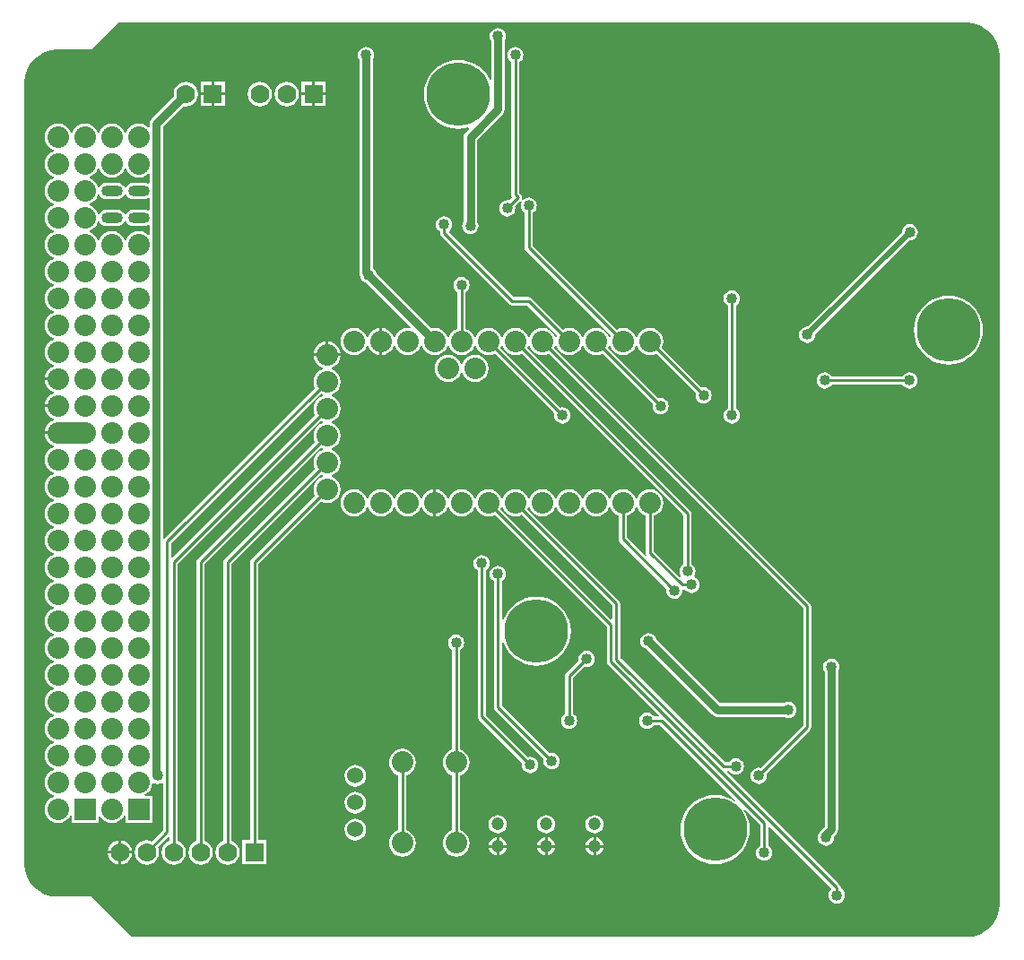
<source format=gbl>
G04 Layer_Physical_Order=2*
G04 Layer_Color=16711680*
%FSLAX25Y25*%
%MOIN*%
G70*
G01*
G75*
%ADD22C,0.01000*%
%ADD23C,0.03000*%
%ADD24C,0.02000*%
%ADD25C,0.08000*%
%ADD26C,0.06000*%
%ADD27C,0.08000*%
%ADD28C,0.04724*%
%ADD29C,0.07000*%
%ADD30R,0.07000X0.07000*%
%ADD31R,0.08000X0.08000*%
%ADD32O,0.08000X0.04000*%
%ADD33C,0.04000*%
%ADD34C,0.23622*%
%ADD35C,0.25000*%
G36*
X-17556Y347286D02*
X-15973Y346862D01*
X-14459Y346235D01*
X-13040Y345416D01*
X-11740Y344418D01*
X-10582Y343260D01*
X-9584Y341960D01*
X-8765Y340541D01*
X-8138Y339027D01*
X-7714Y337444D01*
X-7500Y335819D01*
Y335000D01*
Y20000D01*
Y19181D01*
X-7714Y17556D01*
X-8138Y15973D01*
X-8765Y14459D01*
X-9584Y13040D01*
X-10582Y11740D01*
X-11740Y10582D01*
X-13040Y9584D01*
X-14459Y8765D01*
X-15973Y8138D01*
X-17556Y7714D01*
X-19181Y7500D01*
X-330000D01*
X-345000Y22500D01*
X-358319D01*
X-359944Y22714D01*
X-361527Y23138D01*
X-363040Y23765D01*
X-364459Y24584D01*
X-365759Y25582D01*
X-366918Y26741D01*
X-367916Y28041D01*
X-368735Y29460D01*
X-369362Y30973D01*
X-369786Y32556D01*
X-370000Y34181D01*
Y35000D01*
Y325000D01*
Y325819D01*
X-369786Y327444D01*
X-369362Y329027D01*
X-368735Y330540D01*
X-367916Y331960D01*
X-366918Y333260D01*
X-365759Y334418D01*
X-364459Y335416D01*
X-363040Y336235D01*
X-361527Y336862D01*
X-359944Y337286D01*
X-358319Y337500D01*
X-345000D01*
X-335000Y347500D01*
X-19181D01*
X-17556Y347286D01*
D02*
G37*
%LPC*%
G36*
X-194000Y345526D02*
X-194783Y345423D01*
X-195513Y345121D01*
X-196140Y344640D01*
X-196621Y344013D01*
X-196923Y343283D01*
X-197026Y342500D01*
X-196923Y341717D01*
X-196621Y340987D01*
X-196549Y340894D01*
Y326477D01*
X-197039Y326380D01*
X-197172Y326700D01*
X-198226Y328419D01*
X-199535Y329953D01*
X-201069Y331262D01*
X-202788Y332316D01*
X-204651Y333088D01*
X-206612Y333559D01*
X-208622Y333717D01*
X-210632Y333559D01*
X-212593Y333088D01*
X-214456Y332316D01*
X-216176Y331262D01*
X-217709Y329953D01*
X-219018Y328419D01*
X-220072Y326700D01*
X-220844Y324837D01*
X-221315Y322876D01*
X-221473Y320866D01*
X-221315Y318856D01*
X-220844Y316895D01*
X-220072Y315032D01*
X-219018Y313313D01*
X-217709Y311779D01*
X-216176Y310470D01*
X-214456Y309416D01*
X-212593Y308645D01*
X-210632Y308174D01*
X-208622Y308015D01*
X-206612Y308174D01*
X-205001Y308560D01*
X-204747Y308107D01*
X-206031Y306823D01*
X-206583Y305996D01*
X-206777Y305021D01*
Y273606D01*
X-206849Y273513D01*
X-207151Y272783D01*
X-207254Y272000D01*
X-207151Y271217D01*
X-206849Y270487D01*
X-206368Y269860D01*
X-205741Y269379D01*
X-205012Y269077D01*
X-204228Y268974D01*
X-203445Y269077D01*
X-202715Y269379D01*
X-202089Y269860D01*
X-201608Y270487D01*
X-201306Y271217D01*
X-201202Y272000D01*
X-201306Y272783D01*
X-201608Y273513D01*
X-201679Y273606D01*
Y303965D01*
X-192198Y313447D01*
X-191645Y314274D01*
X-191451Y315249D01*
Y340894D01*
X-191379Y340987D01*
X-191077Y341717D01*
X-190974Y342500D01*
X-191077Y343283D01*
X-191379Y344013D01*
X-191860Y344640D01*
X-192487Y345121D01*
X-193217Y345423D01*
X-194000Y345526D01*
D02*
G37*
G36*
X-258000Y325500D02*
X-262000D01*
Y321500D01*
X-258000D01*
Y325500D01*
D02*
G37*
G36*
X-295500D02*
X-299500D01*
Y321500D01*
X-295500D01*
Y325500D01*
D02*
G37*
G36*
X-263000D02*
X-267000D01*
Y321500D01*
X-263000D01*
Y325500D01*
D02*
G37*
G36*
X-300500D02*
X-304500D01*
Y321500D01*
X-300500D01*
Y325500D01*
D02*
G37*
G36*
X-258000Y320500D02*
X-262000D01*
Y316500D01*
X-258000D01*
Y320500D01*
D02*
G37*
G36*
X-263000D02*
X-267000D01*
Y316500D01*
X-263000D01*
Y320500D01*
D02*
G37*
G36*
X-295500D02*
X-299500D01*
Y316500D01*
X-295500D01*
Y320500D01*
D02*
G37*
G36*
X-300500D02*
X-304500D01*
Y316500D01*
X-300500D01*
Y320500D01*
D02*
G37*
G36*
X-272500Y325539D02*
X-273675Y325384D01*
X-274769Y324931D01*
X-275710Y324209D01*
X-276431Y323269D01*
X-276884Y322175D01*
X-277039Y321000D01*
X-276884Y319825D01*
X-276431Y318731D01*
X-275710Y317791D01*
X-274769Y317069D01*
X-273675Y316616D01*
X-272500Y316461D01*
X-271325Y316616D01*
X-270231Y317069D01*
X-269291Y317791D01*
X-268569Y318731D01*
X-268116Y319825D01*
X-267961Y321000D01*
X-268116Y322175D01*
X-268569Y323269D01*
X-269291Y324209D01*
X-270231Y324931D01*
X-271325Y325384D01*
X-272500Y325539D01*
D02*
G37*
G36*
X-310000D02*
X-311175Y325384D01*
X-312269Y324931D01*
X-313210Y324209D01*
X-313931Y323269D01*
X-314384Y322175D01*
X-314539Y321000D01*
X-314430Y320175D01*
X-322802Y311802D01*
X-323355Y310975D01*
X-323549Y310000D01*
Y308823D01*
X-324049Y308654D01*
X-324978Y309367D01*
X-326195Y309871D01*
X-327500Y310043D01*
X-328805Y309871D01*
X-330022Y309367D01*
X-331066Y308566D01*
X-331868Y307522D01*
X-332229Y306648D01*
X-332771D01*
X-333133Y307522D01*
X-333934Y308566D01*
X-334978Y309367D01*
X-336195Y309871D01*
X-337500Y310043D01*
X-338805Y309871D01*
X-340022Y309367D01*
X-341066Y308566D01*
X-341867Y307522D01*
X-342229Y306648D01*
X-342771D01*
X-343132Y307522D01*
X-343934Y308566D01*
X-344978Y309367D01*
X-346195Y309871D01*
X-347500Y310043D01*
X-348805Y309871D01*
X-350022Y309367D01*
X-351066Y308566D01*
X-351868Y307522D01*
X-352229Y306648D01*
X-352771D01*
X-353133Y307522D01*
X-353934Y308566D01*
X-354978Y309367D01*
X-356195Y309871D01*
X-357500Y310043D01*
X-358805Y309871D01*
X-360022Y309367D01*
X-361066Y308566D01*
X-361867Y307522D01*
X-362371Y306305D01*
X-362543Y305000D01*
X-362371Y303695D01*
X-361867Y302478D01*
X-361066Y301434D01*
X-360022Y300633D01*
X-359148Y300271D01*
Y299729D01*
X-360022Y299367D01*
X-361066Y298566D01*
X-361867Y297522D01*
X-362371Y296305D01*
X-362543Y295000D01*
X-362371Y293695D01*
X-361867Y292478D01*
X-361066Y291434D01*
X-360022Y290633D01*
X-359148Y290271D01*
Y289729D01*
X-360022Y289368D01*
X-361066Y288566D01*
X-361867Y287522D01*
X-362371Y286305D01*
X-362543Y285000D01*
X-362371Y283695D01*
X-361867Y282478D01*
X-361066Y281434D01*
X-360022Y280632D01*
X-359148Y280271D01*
Y279729D01*
X-360022Y279367D01*
X-361066Y278566D01*
X-361867Y277522D01*
X-362371Y276305D01*
X-362543Y275000D01*
X-362371Y273695D01*
X-361867Y272478D01*
X-361066Y271434D01*
X-360022Y270633D01*
X-359148Y270271D01*
Y269729D01*
X-360022Y269368D01*
X-361066Y268566D01*
X-361867Y267522D01*
X-362371Y266305D01*
X-362543Y265000D01*
X-362371Y263695D01*
X-361867Y262478D01*
X-361066Y261434D01*
X-360022Y260632D01*
X-359148Y260271D01*
Y259729D01*
X-360022Y259367D01*
X-361066Y258566D01*
X-361867Y257522D01*
X-362371Y256305D01*
X-362543Y255000D01*
X-362371Y253695D01*
X-361867Y252478D01*
X-361066Y251434D01*
X-360022Y250633D01*
X-359148Y250271D01*
Y249729D01*
X-360022Y249367D01*
X-361066Y248566D01*
X-361867Y247522D01*
X-362371Y246305D01*
X-362543Y245000D01*
X-362371Y243695D01*
X-361867Y242478D01*
X-361066Y241434D01*
X-360022Y240633D01*
X-359148Y240271D01*
Y239729D01*
X-360022Y239368D01*
X-361066Y238566D01*
X-361867Y237522D01*
X-362371Y236305D01*
X-362543Y235000D01*
X-362371Y233695D01*
X-361867Y232478D01*
X-361066Y231434D01*
X-360022Y230632D01*
X-359148Y230271D01*
Y229729D01*
X-360022Y229367D01*
X-361066Y228566D01*
X-361867Y227522D01*
X-362371Y226305D01*
X-362543Y225000D01*
X-362371Y223695D01*
X-361867Y222478D01*
X-361066Y221434D01*
X-360022Y220633D01*
X-359148Y220271D01*
Y219729D01*
X-360022Y219368D01*
X-361066Y218566D01*
X-361867Y217522D01*
X-362371Y216305D01*
X-362477Y215500D01*
X-357500D01*
Y214500D01*
X-362477D01*
X-362371Y213695D01*
X-361867Y212478D01*
X-361066Y211434D01*
X-360022Y210632D01*
X-359148Y210271D01*
Y209729D01*
X-360022Y209367D01*
X-361066Y208566D01*
X-361867Y207522D01*
X-362371Y206305D01*
X-362477Y205500D01*
X-357500D01*
Y204500D01*
X-362477D01*
X-362371Y203695D01*
X-361867Y202478D01*
X-361066Y201434D01*
X-360022Y200633D01*
X-359148Y200271D01*
Y199729D01*
X-360022Y199367D01*
X-361066Y198566D01*
X-361867Y197522D01*
X-362371Y196305D01*
X-362477Y195500D01*
X-357500D01*
Y194500D01*
X-362477D01*
X-362371Y193695D01*
X-361867Y192478D01*
X-361066Y191434D01*
X-360022Y190632D01*
X-359148Y190271D01*
Y189729D01*
X-360022Y189367D01*
X-361066Y188566D01*
X-361867Y187522D01*
X-362371Y186305D01*
X-362543Y185000D01*
X-362371Y183695D01*
X-361867Y182478D01*
X-361066Y181434D01*
X-360022Y180632D01*
X-359148Y180271D01*
Y179729D01*
X-360022Y179367D01*
X-361066Y178566D01*
X-361867Y177522D01*
X-362371Y176305D01*
X-362543Y175000D01*
X-362371Y173695D01*
X-361867Y172478D01*
X-361066Y171434D01*
X-360022Y170633D01*
X-359148Y170271D01*
Y169729D01*
X-360022Y169368D01*
X-361066Y168566D01*
X-361867Y167522D01*
X-362371Y166305D01*
X-362543Y165000D01*
X-362371Y163695D01*
X-361867Y162478D01*
X-361066Y161434D01*
X-360022Y160633D01*
X-359148Y160271D01*
Y159729D01*
X-360022Y159368D01*
X-361066Y158566D01*
X-361867Y157522D01*
X-362371Y156305D01*
X-362543Y155000D01*
X-362371Y153695D01*
X-361867Y152478D01*
X-361066Y151434D01*
X-360022Y150633D01*
X-359148Y150271D01*
Y149729D01*
X-360022Y149367D01*
X-361066Y148566D01*
X-361867Y147522D01*
X-362371Y146305D01*
X-362543Y145000D01*
X-362371Y143695D01*
X-361867Y142478D01*
X-361066Y141434D01*
X-360022Y140632D01*
X-359148Y140271D01*
Y139729D01*
X-360022Y139367D01*
X-361066Y138566D01*
X-361867Y137522D01*
X-362371Y136305D01*
X-362543Y135000D01*
X-362371Y133695D01*
X-361867Y132478D01*
X-361066Y131434D01*
X-360022Y130632D01*
X-359148Y130271D01*
Y129729D01*
X-360022Y129367D01*
X-361066Y128566D01*
X-361867Y127522D01*
X-362371Y126305D01*
X-362543Y125000D01*
X-362371Y123695D01*
X-361867Y122478D01*
X-361066Y121434D01*
X-360022Y120633D01*
X-359148Y120271D01*
Y119729D01*
X-360022Y119368D01*
X-361066Y118566D01*
X-361867Y117522D01*
X-362371Y116305D01*
X-362543Y115000D01*
X-362371Y113695D01*
X-361867Y112478D01*
X-361066Y111434D01*
X-360022Y110633D01*
X-359148Y110271D01*
Y109729D01*
X-360022Y109368D01*
X-361066Y108566D01*
X-361867Y107522D01*
X-362371Y106305D01*
X-362543Y105000D01*
X-362371Y103695D01*
X-361867Y102478D01*
X-361066Y101434D01*
X-360022Y100633D01*
X-359148Y100271D01*
Y99729D01*
X-360022Y99367D01*
X-361066Y98566D01*
X-361867Y97522D01*
X-362371Y96305D01*
X-362543Y95000D01*
X-362371Y93695D01*
X-361867Y92478D01*
X-361066Y91434D01*
X-360022Y90632D01*
X-359148Y90271D01*
Y89729D01*
X-360022Y89368D01*
X-361066Y88566D01*
X-361867Y87522D01*
X-362371Y86305D01*
X-362543Y85000D01*
X-362371Y83695D01*
X-361867Y82478D01*
X-361066Y81434D01*
X-360022Y80633D01*
X-359148Y80271D01*
Y79729D01*
X-360022Y79368D01*
X-361066Y78566D01*
X-361867Y77522D01*
X-362371Y76305D01*
X-362543Y75000D01*
X-362371Y73695D01*
X-361867Y72478D01*
X-361066Y71434D01*
X-360022Y70632D01*
X-359148Y70271D01*
Y69729D01*
X-360022Y69367D01*
X-361066Y68566D01*
X-361867Y67522D01*
X-362371Y66305D01*
X-362543Y65000D01*
X-362371Y63695D01*
X-361867Y62478D01*
X-361066Y61434D01*
X-360022Y60632D01*
X-359148Y60271D01*
Y59729D01*
X-360022Y59368D01*
X-361066Y58566D01*
X-361867Y57522D01*
X-362371Y56305D01*
X-362543Y55000D01*
X-362371Y53695D01*
X-361867Y52478D01*
X-361066Y51434D01*
X-360022Y50633D01*
X-358805Y50129D01*
X-357500Y49957D01*
X-356195Y50129D01*
X-354978Y50633D01*
X-353934Y51434D01*
X-353133Y52478D01*
X-353000Y52798D01*
X-352500Y52699D01*
Y50000D01*
X-342500D01*
Y52699D01*
X-342000Y52798D01*
X-341867Y52478D01*
X-341066Y51434D01*
X-340022Y50633D01*
X-338805Y50129D01*
X-337500Y49957D01*
X-336195Y50129D01*
X-334978Y50633D01*
X-333934Y51434D01*
X-333133Y52478D01*
X-333000Y52798D01*
X-332500Y52699D01*
Y50000D01*
X-322500D01*
Y60000D01*
X-325199D01*
X-325298Y60500D01*
X-324978Y60632D01*
X-323934Y61434D01*
X-323132Y62478D01*
X-322629Y63695D01*
X-322506Y64627D01*
X-322047Y64862D01*
X-321971Y64862D01*
X-321283Y64577D01*
X-320500Y64474D01*
X-319717Y64577D01*
X-319029Y64862D01*
X-318664Y64732D01*
X-318529Y64665D01*
Y47133D01*
X-322585Y43078D01*
X-323325Y43384D01*
X-324500Y43539D01*
X-325675Y43384D01*
X-326769Y42931D01*
X-327710Y42209D01*
X-328431Y41269D01*
X-328884Y40175D01*
X-329039Y39000D01*
X-328884Y37825D01*
X-328431Y36731D01*
X-327710Y35791D01*
X-326769Y35069D01*
X-325675Y34616D01*
X-324500Y34461D01*
X-323325Y34616D01*
X-322231Y35069D01*
X-321291Y35791D01*
X-320569Y36731D01*
X-320116Y37825D01*
X-319961Y39000D01*
X-320116Y40175D01*
X-320422Y40915D01*
X-316491Y44846D01*
X-316029Y44654D01*
Y43237D01*
X-316770Y42931D01*
X-317709Y42209D01*
X-318431Y41269D01*
X-318884Y40175D01*
X-319039Y39000D01*
X-318884Y37825D01*
X-318431Y36731D01*
X-317709Y35791D01*
X-316770Y35069D01*
X-315675Y34616D01*
X-314500Y34461D01*
X-313325Y34616D01*
X-312231Y35069D01*
X-311291Y35791D01*
X-310569Y36731D01*
X-310116Y37825D01*
X-309961Y39000D01*
X-310116Y40175D01*
X-310569Y41269D01*
X-311291Y42209D01*
X-312231Y42931D01*
X-312971Y43237D01*
Y146367D01*
X-259797Y199540D01*
X-259148Y199271D01*
Y198729D01*
X-260022Y198368D01*
X-261066Y197566D01*
X-261867Y196522D01*
X-262371Y195305D01*
X-262543Y194000D01*
X-262371Y192695D01*
X-261960Y191703D01*
X-305581Y148081D01*
X-305913Y147585D01*
X-306029Y147000D01*
Y43237D01*
X-306769Y42931D01*
X-307710Y42209D01*
X-308431Y41269D01*
X-308884Y40175D01*
X-309039Y39000D01*
X-308884Y37825D01*
X-308431Y36731D01*
X-307710Y35791D01*
X-306769Y35069D01*
X-305675Y34616D01*
X-304500Y34461D01*
X-303325Y34616D01*
X-302231Y35069D01*
X-301291Y35791D01*
X-300569Y36731D01*
X-300116Y37825D01*
X-299961Y39000D01*
X-300116Y40175D01*
X-300569Y41269D01*
X-301291Y42209D01*
X-302231Y42931D01*
X-302971Y43237D01*
Y146367D01*
X-259797Y189540D01*
X-259148Y189271D01*
Y188729D01*
X-260022Y188367D01*
X-261066Y187566D01*
X-261867Y186522D01*
X-262371Y185305D01*
X-262543Y184000D01*
X-262371Y182695D01*
X-261960Y181702D01*
X-295581Y148081D01*
X-295913Y147585D01*
X-296029Y147000D01*
Y43237D01*
X-296769Y42931D01*
X-297709Y42209D01*
X-298431Y41269D01*
X-298884Y40175D01*
X-299039Y39000D01*
X-298884Y37825D01*
X-298431Y36731D01*
X-297709Y35791D01*
X-296769Y35069D01*
X-295675Y34616D01*
X-294500Y34461D01*
X-293325Y34616D01*
X-292231Y35069D01*
X-291291Y35791D01*
X-290569Y36731D01*
X-290116Y37825D01*
X-289961Y39000D01*
X-290116Y40175D01*
X-290569Y41269D01*
X-291291Y42209D01*
X-292231Y42931D01*
X-292971Y43237D01*
Y146367D01*
X-259797Y179540D01*
X-259148Y179271D01*
Y178729D01*
X-260022Y178367D01*
X-261066Y177566D01*
X-261867Y176522D01*
X-262371Y175305D01*
X-262543Y174000D01*
X-262371Y172695D01*
X-261960Y171703D01*
X-285581Y148081D01*
X-285913Y147585D01*
X-286029Y147000D01*
Y43500D01*
X-289000D01*
Y34500D01*
X-280000D01*
Y43500D01*
X-282971D01*
Y146367D01*
X-259797Y169540D01*
X-258805Y169129D01*
X-257500Y168957D01*
X-256195Y169129D01*
X-254978Y169632D01*
X-253934Y170434D01*
X-253133Y171478D01*
X-252629Y172695D01*
X-252457Y174000D01*
X-252629Y175305D01*
X-253133Y176522D01*
X-253934Y177566D01*
X-254978Y178367D01*
X-255852Y178729D01*
Y179271D01*
X-254978Y179632D01*
X-253934Y180434D01*
X-253133Y181478D01*
X-252629Y182695D01*
X-252457Y184000D01*
X-252629Y185305D01*
X-253133Y186522D01*
X-253934Y187566D01*
X-254978Y188367D01*
X-255852Y188729D01*
Y189271D01*
X-254978Y189632D01*
X-253934Y190434D01*
X-253133Y191478D01*
X-252629Y192695D01*
X-252457Y194000D01*
X-252629Y195305D01*
X-253133Y196522D01*
X-253934Y197566D01*
X-254978Y198368D01*
X-255852Y198729D01*
Y199271D01*
X-254978Y199633D01*
X-253934Y200434D01*
X-253133Y201478D01*
X-252629Y202695D01*
X-252457Y204000D01*
X-252629Y205305D01*
X-253133Y206522D01*
X-253934Y207566D01*
X-254978Y208367D01*
X-255852Y208729D01*
Y209271D01*
X-254978Y209632D01*
X-253934Y210434D01*
X-253133Y211478D01*
X-252629Y212695D01*
X-252457Y214000D01*
X-252629Y215305D01*
X-253133Y216522D01*
X-253934Y217566D01*
X-254978Y218368D01*
X-255852Y218729D01*
Y219271D01*
X-254978Y219633D01*
X-253934Y220434D01*
X-253133Y221478D01*
X-252629Y222695D01*
X-252523Y223500D01*
X-257500D01*
X-262477D01*
X-262371Y222695D01*
X-261867Y221478D01*
X-261066Y220434D01*
X-260022Y219633D01*
X-259148Y219271D01*
Y218729D01*
X-260022Y218368D01*
X-261066Y217566D01*
X-261867Y216522D01*
X-262371Y215305D01*
X-262543Y214000D01*
X-262371Y212695D01*
X-261960Y211703D01*
X-317951Y155712D01*
X-318451Y155896D01*
Y308944D01*
X-310825Y316570D01*
X-310000Y316461D01*
X-308825Y316616D01*
X-307731Y317069D01*
X-306791Y317791D01*
X-306069Y318731D01*
X-305616Y319825D01*
X-305461Y321000D01*
X-305616Y322175D01*
X-306069Y323269D01*
X-306791Y324209D01*
X-307731Y324931D01*
X-308825Y325384D01*
X-310000Y325539D01*
D02*
G37*
G36*
X-282500Y325539D02*
X-283675Y325384D01*
X-284769Y324931D01*
X-285710Y324209D01*
X-286431Y323269D01*
X-286884Y322175D01*
X-287039Y321000D01*
X-286884Y319825D01*
X-286431Y318730D01*
X-285710Y317791D01*
X-284769Y317069D01*
X-283675Y316616D01*
X-282500Y316461D01*
X-281325Y316616D01*
X-280231Y317069D01*
X-279291Y317791D01*
X-278569Y318730D01*
X-278116Y319825D01*
X-277961Y321000D01*
X-278116Y322175D01*
X-278569Y323269D01*
X-279291Y324209D01*
X-280231Y324931D01*
X-281325Y325384D01*
X-282500Y325539D01*
D02*
G37*
G36*
X-187500Y338526D02*
X-188283Y338423D01*
X-189013Y338121D01*
X-189640Y337640D01*
X-190120Y337013D01*
X-190423Y336283D01*
X-190526Y335500D01*
X-190423Y334717D01*
X-190120Y333987D01*
X-189640Y333360D01*
X-189029Y332892D01*
Y283500D01*
X-188913Y282915D01*
X-188647Y282516D01*
X-189737Y281425D01*
X-190500Y281526D01*
X-191283Y281423D01*
X-192013Y281120D01*
X-192640Y280640D01*
X-193121Y280013D01*
X-193423Y279283D01*
X-193526Y278500D01*
X-193423Y277717D01*
X-193121Y276987D01*
X-192640Y276360D01*
X-192013Y275880D01*
X-191283Y275577D01*
X-190500Y275474D01*
X-189717Y275577D01*
X-188987Y275880D01*
X-188360Y276360D01*
X-187880Y276987D01*
X-187577Y277717D01*
X-187474Y278500D01*
X-187575Y279263D01*
X-185586Y281251D01*
X-185509Y281329D01*
X-185120Y281013D01*
X-185155Y280930D01*
X-185423Y280283D01*
X-185526Y279500D01*
X-185423Y278717D01*
X-185120Y277987D01*
X-184640Y277360D01*
X-184029Y276892D01*
Y264000D01*
X-183913Y263415D01*
X-183581Y262919D01*
X-151960Y231297D01*
X-152229Y230648D01*
X-152771D01*
X-153132Y231522D01*
X-153934Y232566D01*
X-154978Y233367D01*
X-156195Y233871D01*
X-157500Y234043D01*
X-158805Y233871D01*
X-160022Y233367D01*
X-161066Y232566D01*
X-161867Y231522D01*
X-162229Y230648D01*
X-162771D01*
X-163133Y231522D01*
X-163934Y232566D01*
X-164978Y233367D01*
X-166195Y233871D01*
X-167500Y234043D01*
X-168805Y233871D01*
X-169798Y233460D01*
X-181419Y245081D01*
X-181915Y245413D01*
X-182500Y245529D01*
X-188045D01*
X-212167Y269652D01*
X-212134Y270150D01*
X-211860Y270360D01*
X-211380Y270987D01*
X-211077Y271717D01*
X-210974Y272500D01*
X-211077Y273283D01*
X-211380Y274013D01*
X-211860Y274640D01*
X-212487Y275120D01*
X-213217Y275423D01*
X-214000Y275526D01*
X-214783Y275423D01*
X-215513Y275120D01*
X-216140Y274640D01*
X-216620Y274013D01*
X-216923Y273283D01*
X-217026Y272500D01*
X-216923Y271717D01*
X-216620Y270987D01*
X-216140Y270360D01*
X-215529Y269892D01*
Y269322D01*
X-215413Y268737D01*
X-215081Y268240D01*
X-189760Y242919D01*
X-189263Y242587D01*
X-188678Y242471D01*
X-183133D01*
X-171960Y231297D01*
X-172229Y230648D01*
X-172771D01*
X-173133Y231522D01*
X-173934Y232566D01*
X-174978Y233367D01*
X-176195Y233871D01*
X-177500Y234043D01*
X-178805Y233871D01*
X-180022Y233367D01*
X-181066Y232566D01*
X-181868Y231522D01*
X-182229Y230648D01*
X-182771D01*
X-183133Y231522D01*
X-183934Y232566D01*
X-184978Y233367D01*
X-186195Y233871D01*
X-187500Y234043D01*
X-188805Y233871D01*
X-190022Y233367D01*
X-191066Y232566D01*
X-191867Y231522D01*
X-192229Y230648D01*
X-192771D01*
X-193132Y231522D01*
X-193934Y232566D01*
X-194978Y233367D01*
X-196195Y233871D01*
X-197500Y234043D01*
X-198805Y233871D01*
X-200022Y233367D01*
X-201066Y232566D01*
X-201868Y231522D01*
X-202229Y230648D01*
X-202771D01*
X-203133Y231522D01*
X-203934Y232566D01*
X-204978Y233367D01*
X-205971Y233779D01*
Y247392D01*
X-205360Y247860D01*
X-204879Y248487D01*
X-204577Y249217D01*
X-204474Y250000D01*
X-204577Y250783D01*
X-204879Y251513D01*
X-205360Y252140D01*
X-205987Y252621D01*
X-206717Y252923D01*
X-207500Y253026D01*
X-208283Y252923D01*
X-209013Y252621D01*
X-209640Y252140D01*
X-210121Y251513D01*
X-210423Y250783D01*
X-210526Y250000D01*
X-210423Y249217D01*
X-210121Y248487D01*
X-209640Y247860D01*
X-209029Y247392D01*
Y233779D01*
X-210022Y233367D01*
X-211066Y232566D01*
X-211867Y231522D01*
X-212229Y230648D01*
X-212771D01*
X-213133Y231522D01*
X-213934Y232566D01*
X-214978Y233367D01*
X-216195Y233871D01*
X-217500Y234043D01*
X-218771Y233876D01*
X-239062Y254167D01*
X-239077Y254283D01*
X-239380Y255013D01*
X-239860Y255640D01*
X-240451Y256093D01*
Y333894D01*
X-240380Y333987D01*
X-240077Y334717D01*
X-239974Y335500D01*
X-240077Y336283D01*
X-240380Y337013D01*
X-240860Y337640D01*
X-241487Y338121D01*
X-242217Y338423D01*
X-243000Y338526D01*
X-243783Y338423D01*
X-244513Y338121D01*
X-245140Y337640D01*
X-245620Y337013D01*
X-245923Y336283D01*
X-246026Y335500D01*
X-245923Y334717D01*
X-245620Y333987D01*
X-245549Y333894D01*
Y254500D01*
X-245355Y253524D01*
X-244949Y252917D01*
X-244923Y252717D01*
X-244620Y251987D01*
X-244140Y251360D01*
X-243513Y250880D01*
X-242783Y250577D01*
X-242667Y250562D01*
X-226524Y234419D01*
X-226757Y233945D01*
X-227500Y234043D01*
X-228805Y233871D01*
X-230022Y233367D01*
X-231066Y232566D01*
X-231868Y231522D01*
X-232229Y230648D01*
X-232771D01*
X-233133Y231522D01*
X-233934Y232566D01*
X-234978Y233367D01*
X-236195Y233871D01*
X-237000Y233977D01*
Y229000D01*
Y224023D01*
X-236195Y224129D01*
X-234978Y224633D01*
X-233934Y225434D01*
X-233133Y226478D01*
X-232771Y227352D01*
X-232229D01*
X-231868Y226478D01*
X-231066Y225434D01*
X-230022Y224633D01*
X-228805Y224129D01*
X-227500Y223957D01*
X-226195Y224129D01*
X-224978Y224633D01*
X-223934Y225434D01*
X-223132Y226478D01*
X-222771Y227352D01*
X-222229D01*
X-221867Y226478D01*
X-221066Y225434D01*
X-220022Y224633D01*
X-218805Y224129D01*
X-217500Y223957D01*
X-216195Y224129D01*
X-214978Y224633D01*
X-213934Y225434D01*
X-213133Y226478D01*
X-212771Y227352D01*
X-212229D01*
X-211867Y226478D01*
X-211066Y225434D01*
X-210022Y224633D01*
X-208805Y224129D01*
X-207500Y223957D01*
X-206195Y224129D01*
X-204978Y224633D01*
X-203934Y225434D01*
X-203133Y226478D01*
X-202771Y227352D01*
X-202229D01*
X-201868Y226478D01*
X-201066Y225434D01*
X-200022Y224633D01*
X-198805Y224129D01*
X-197500Y223957D01*
X-196195Y224129D01*
X-195203Y224540D01*
X-172925Y202263D01*
X-173026Y201500D01*
X-172923Y200717D01*
X-172620Y199987D01*
X-172140Y199360D01*
X-171513Y198880D01*
X-170783Y198577D01*
X-170000Y198474D01*
X-169217Y198577D01*
X-168487Y198880D01*
X-167860Y199360D01*
X-167379Y199987D01*
X-167077Y200717D01*
X-166974Y201500D01*
X-167077Y202283D01*
X-167379Y203013D01*
X-167860Y203640D01*
X-168487Y204120D01*
X-169217Y204423D01*
X-170000Y204526D01*
X-170763Y204426D01*
X-193040Y226703D01*
X-192771Y227352D01*
X-192229D01*
X-191867Y226478D01*
X-191066Y225434D01*
X-190022Y224633D01*
X-188805Y224129D01*
X-187500Y223957D01*
X-186195Y224129D01*
X-185203Y224540D01*
X-125029Y164366D01*
Y146108D01*
X-125640Y145640D01*
X-126120Y145013D01*
X-126423Y144283D01*
X-126526Y143500D01*
X-126423Y142717D01*
X-126120Y141987D01*
X-125966Y141786D01*
X-126343Y141455D01*
X-135971Y151083D01*
Y164222D01*
X-134978Y164632D01*
X-133934Y165434D01*
X-133133Y166478D01*
X-132629Y167695D01*
X-132457Y169000D01*
X-132629Y170305D01*
X-133133Y171522D01*
X-133934Y172566D01*
X-134978Y173368D01*
X-136195Y173871D01*
X-137500Y174043D01*
X-138805Y173871D01*
X-140022Y173368D01*
X-141066Y172566D01*
X-141867Y171522D01*
X-142229Y170648D01*
X-142771D01*
X-143132Y171522D01*
X-143934Y172566D01*
X-144978Y173368D01*
X-146195Y173871D01*
X-147500Y174043D01*
X-148805Y173871D01*
X-150022Y173368D01*
X-151066Y172566D01*
X-151867Y171522D01*
X-152229Y170648D01*
X-152771D01*
X-153132Y171522D01*
X-153934Y172566D01*
X-154978Y173368D01*
X-156195Y173871D01*
X-157500Y174043D01*
X-158805Y173871D01*
X-160022Y173368D01*
X-161066Y172566D01*
X-161867Y171522D01*
X-162229Y170648D01*
X-162771D01*
X-163133Y171522D01*
X-163934Y172566D01*
X-164978Y173368D01*
X-166195Y173871D01*
X-167500Y174043D01*
X-168805Y173871D01*
X-170022Y173368D01*
X-171066Y172566D01*
X-171868Y171522D01*
X-172229Y170648D01*
X-172771D01*
X-173133Y171522D01*
X-173934Y172566D01*
X-174978Y173368D01*
X-176195Y173871D01*
X-177500Y174043D01*
X-178805Y173871D01*
X-180022Y173368D01*
X-181066Y172566D01*
X-181868Y171522D01*
X-182229Y170648D01*
X-182771D01*
X-183133Y171522D01*
X-183934Y172566D01*
X-184978Y173368D01*
X-186195Y173871D01*
X-187500Y174043D01*
X-188805Y173871D01*
X-190022Y173368D01*
X-191066Y172566D01*
X-191867Y171522D01*
X-192229Y170648D01*
X-192771D01*
X-193132Y171522D01*
X-193934Y172566D01*
X-194978Y173368D01*
X-196195Y173871D01*
X-197500Y174043D01*
X-198805Y173871D01*
X-200022Y173368D01*
X-201066Y172566D01*
X-201868Y171522D01*
X-202229Y170648D01*
X-202771D01*
X-203133Y171522D01*
X-203934Y172566D01*
X-204978Y173368D01*
X-206195Y173871D01*
X-207500Y174043D01*
X-208805Y173871D01*
X-210022Y173368D01*
X-211066Y172566D01*
X-211867Y171522D01*
X-212229Y170648D01*
X-212771D01*
X-213133Y171522D01*
X-213934Y172566D01*
X-214978Y173368D01*
X-216195Y173871D01*
X-217000Y173977D01*
Y169000D01*
Y164023D01*
X-216195Y164129D01*
X-214978Y164632D01*
X-213934Y165434D01*
X-213133Y166478D01*
X-212771Y167352D01*
X-212229D01*
X-211867Y166478D01*
X-211066Y165434D01*
X-210022Y164632D01*
X-208805Y164129D01*
X-207500Y163957D01*
X-206195Y164129D01*
X-204978Y164632D01*
X-203934Y165434D01*
X-203133Y166478D01*
X-202771Y167352D01*
X-202229D01*
X-201868Y166478D01*
X-201066Y165434D01*
X-200022Y164632D01*
X-198805Y164129D01*
X-197500Y163957D01*
X-196195Y164129D01*
X-195203Y164540D01*
X-153529Y122866D01*
Y110000D01*
X-153413Y109415D01*
X-153081Y108919D01*
X-134154Y89991D01*
X-134346Y89529D01*
X-135892D01*
X-136360Y90140D01*
X-136987Y90620D01*
X-137717Y90923D01*
X-138500Y91026D01*
X-139283Y90923D01*
X-140013Y90620D01*
X-140640Y90140D01*
X-141121Y89513D01*
X-141423Y88783D01*
X-141526Y88000D01*
X-141423Y87217D01*
X-141121Y86487D01*
X-140640Y85860D01*
X-140013Y85379D01*
X-139283Y85077D01*
X-138500Y84974D01*
X-137717Y85077D01*
X-136987Y85379D01*
X-136360Y85860D01*
X-135892Y86471D01*
X-133633D01*
X-105650Y58487D01*
X-105962Y58092D01*
X-107394Y58970D01*
X-109257Y59741D01*
X-111218Y60212D01*
X-113228Y60370D01*
X-115239Y60212D01*
X-117199Y59741D01*
X-119062Y58970D01*
X-120782Y57916D01*
X-122315Y56607D01*
X-123625Y55073D01*
X-124678Y53354D01*
X-125450Y51491D01*
X-125921Y49530D01*
X-126079Y47520D01*
X-125921Y45509D01*
X-125450Y43549D01*
X-124678Y41686D01*
X-123625Y39966D01*
X-122315Y38433D01*
X-120782Y37123D01*
X-119062Y36070D01*
X-117199Y35298D01*
X-115239Y34827D01*
X-113228Y34669D01*
X-111218Y34827D01*
X-109257Y35298D01*
X-107394Y36070D01*
X-105675Y37123D01*
X-104142Y38433D01*
X-102832Y39966D01*
X-101778Y41686D01*
X-101007Y43549D01*
X-100536Y45509D01*
X-100378Y47520D01*
X-100536Y49530D01*
X-101007Y51491D01*
X-101778Y53354D01*
X-102656Y54786D01*
X-102261Y55098D01*
X-96510Y49348D01*
Y41539D01*
X-97121Y41070D01*
X-97602Y40444D01*
X-97904Y39714D01*
X-98007Y38931D01*
X-97904Y38148D01*
X-97602Y37418D01*
X-97121Y36791D01*
X-96494Y36310D01*
X-95764Y36008D01*
X-94981Y35905D01*
X-94198Y36008D01*
X-93468Y36310D01*
X-92842Y36791D01*
X-92361Y37418D01*
X-92058Y38148D01*
X-91955Y38931D01*
X-92058Y39714D01*
X-92361Y40444D01*
X-92842Y41070D01*
X-93452Y41539D01*
Y48636D01*
X-92990Y48827D01*
X-69963Y25800D01*
X-69995Y25301D01*
X-70140Y25190D01*
X-70621Y24563D01*
X-70923Y23833D01*
X-71026Y23050D01*
X-70923Y22267D01*
X-70621Y21537D01*
X-70140Y20911D01*
X-69513Y20430D01*
X-68783Y20128D01*
X-68000Y20024D01*
X-67217Y20128D01*
X-66487Y20430D01*
X-65860Y20911D01*
X-65380Y21537D01*
X-65077Y22267D01*
X-64974Y23050D01*
X-65077Y23833D01*
X-65380Y24563D01*
X-65860Y25190D01*
X-66471Y25658D01*
Y26000D01*
X-66587Y26585D01*
X-66919Y27081D01*
X-108846Y69009D01*
X-108654Y69471D01*
X-108108D01*
X-107640Y68860D01*
X-107013Y68379D01*
X-106283Y68077D01*
X-105500Y67974D01*
X-104717Y68077D01*
X-103987Y68379D01*
X-103360Y68860D01*
X-102880Y69487D01*
X-102577Y70217D01*
X-102474Y71000D01*
X-102577Y71783D01*
X-102880Y72513D01*
X-103360Y73140D01*
X-103987Y73620D01*
X-104717Y73923D01*
X-105500Y74026D01*
X-106283Y73923D01*
X-107013Y73620D01*
X-107640Y73140D01*
X-108108Y72529D01*
X-109538D01*
X-148471Y111462D01*
Y131500D01*
X-148587Y132085D01*
X-148919Y132581D01*
X-183040Y166702D01*
X-182771Y167352D01*
X-182229D01*
X-181868Y166478D01*
X-181066Y165434D01*
X-180022Y164632D01*
X-178805Y164129D01*
X-177500Y163957D01*
X-176195Y164129D01*
X-174978Y164632D01*
X-173934Y165434D01*
X-173133Y166478D01*
X-172771Y167352D01*
X-172229D01*
X-171868Y166478D01*
X-171066Y165434D01*
X-170022Y164632D01*
X-168805Y164129D01*
X-167500Y163957D01*
X-166195Y164129D01*
X-164978Y164632D01*
X-163934Y165434D01*
X-163133Y166478D01*
X-162771Y167352D01*
X-162229D01*
X-161867Y166478D01*
X-161066Y165434D01*
X-160022Y164632D01*
X-158805Y164129D01*
X-157500Y163957D01*
X-156195Y164129D01*
X-154978Y164632D01*
X-153934Y165434D01*
X-153132Y166478D01*
X-152771Y167352D01*
X-152229D01*
X-151867Y166478D01*
X-151066Y165434D01*
X-150022Y164632D01*
X-149029Y164222D01*
Y155500D01*
X-148913Y154915D01*
X-148581Y154419D01*
X-131304Y137141D01*
X-131405Y136379D01*
X-131301Y135596D01*
X-130999Y134866D01*
X-130518Y134239D01*
X-129892Y133758D01*
X-129162Y133456D01*
X-128379Y133353D01*
X-127595Y133456D01*
X-126866Y133758D01*
X-126239Y134239D01*
X-125758Y134866D01*
X-125456Y135596D01*
X-125353Y136379D01*
X-125378Y136567D01*
X-125047Y136940D01*
X-124577Y136931D01*
X-124140Y136360D01*
X-123513Y135880D01*
X-122783Y135577D01*
X-122000Y135474D01*
X-121217Y135577D01*
X-120487Y135880D01*
X-119860Y136360D01*
X-119379Y136987D01*
X-119077Y137717D01*
X-118974Y138500D01*
X-119077Y139283D01*
X-119379Y140013D01*
X-119860Y140640D01*
X-120487Y141121D01*
X-120811Y141255D01*
X-120974Y141864D01*
X-120879Y141987D01*
X-120577Y142717D01*
X-120474Y143500D01*
X-120577Y144283D01*
X-120879Y145013D01*
X-121360Y145640D01*
X-121971Y146108D01*
Y165000D01*
X-122087Y165585D01*
X-122419Y166081D01*
X-183040Y226703D01*
X-182771Y227352D01*
X-182229D01*
X-181868Y226478D01*
X-181066Y225434D01*
X-180022Y224633D01*
X-178805Y224129D01*
X-177500Y223957D01*
X-176195Y224129D01*
X-175203Y224540D01*
X-80529Y129867D01*
Y86133D01*
X-96237Y70425D01*
X-97000Y70526D01*
X-97783Y70423D01*
X-98513Y70121D01*
X-99140Y69640D01*
X-99620Y69013D01*
X-99923Y68283D01*
X-100026Y67500D01*
X-99923Y66717D01*
X-99620Y65987D01*
X-99140Y65360D01*
X-98513Y64880D01*
X-97783Y64577D01*
X-97000Y64474D01*
X-96217Y64577D01*
X-95487Y64880D01*
X-94860Y65360D01*
X-94380Y65987D01*
X-94077Y66717D01*
X-93974Y67500D01*
X-94074Y68263D01*
X-77919Y84419D01*
X-77587Y84915D01*
X-77471Y85500D01*
Y130500D01*
X-77587Y131085D01*
X-77919Y131581D01*
X-173040Y226703D01*
X-172771Y227352D01*
X-172229D01*
X-171868Y226478D01*
X-171066Y225434D01*
X-170022Y224633D01*
X-168805Y224129D01*
X-167500Y223957D01*
X-166195Y224129D01*
X-164978Y224633D01*
X-163934Y225434D01*
X-163133Y226478D01*
X-162771Y227352D01*
X-162229D01*
X-161867Y226478D01*
X-161066Y225434D01*
X-160022Y224633D01*
X-158805Y224129D01*
X-157500Y223957D01*
X-156195Y224129D01*
X-155202Y224540D01*
X-136425Y205763D01*
X-136526Y205000D01*
X-136423Y204217D01*
X-136120Y203487D01*
X-135640Y202860D01*
X-135013Y202379D01*
X-134283Y202077D01*
X-133500Y201974D01*
X-132717Y202077D01*
X-131987Y202379D01*
X-131360Y202860D01*
X-130879Y203487D01*
X-130577Y204217D01*
X-130474Y205000D01*
X-130577Y205783D01*
X-130879Y206513D01*
X-131360Y207140D01*
X-131987Y207621D01*
X-132717Y207923D01*
X-133500Y208026D01*
X-134263Y207926D01*
X-153040Y226703D01*
X-152771Y227352D01*
X-152229D01*
X-151867Y226478D01*
X-151066Y225434D01*
X-150022Y224633D01*
X-148805Y224129D01*
X-147500Y223957D01*
X-146195Y224129D01*
X-144978Y224633D01*
X-143934Y225434D01*
X-143132Y226478D01*
X-142771Y227352D01*
X-142229D01*
X-141867Y226478D01*
X-141066Y225434D01*
X-140022Y224633D01*
X-138805Y224129D01*
X-137500Y223957D01*
X-136195Y224129D01*
X-135203Y224540D01*
X-120425Y209763D01*
X-120526Y209000D01*
X-120423Y208217D01*
X-120121Y207487D01*
X-119640Y206860D01*
X-119013Y206380D01*
X-118283Y206077D01*
X-117500Y205974D01*
X-116717Y206077D01*
X-115987Y206380D01*
X-115360Y206860D01*
X-114880Y207487D01*
X-114577Y208217D01*
X-114474Y209000D01*
X-114577Y209783D01*
X-114880Y210513D01*
X-115360Y211140D01*
X-115987Y211620D01*
X-116717Y211923D01*
X-117500Y212026D01*
X-118263Y211926D01*
X-133040Y226703D01*
X-132629Y227695D01*
X-132457Y229000D01*
X-132629Y230305D01*
X-133133Y231522D01*
X-133934Y232566D01*
X-134978Y233367D01*
X-136195Y233871D01*
X-137500Y234043D01*
X-138805Y233871D01*
X-140022Y233367D01*
X-141066Y232566D01*
X-141867Y231522D01*
X-142229Y230648D01*
X-142771D01*
X-143132Y231522D01*
X-143934Y232566D01*
X-144978Y233367D01*
X-146195Y233871D01*
X-147500Y234043D01*
X-148805Y233871D01*
X-149797Y233460D01*
X-180971Y264633D01*
Y276892D01*
X-180360Y277360D01*
X-179879Y277987D01*
X-179577Y278717D01*
X-179474Y279500D01*
X-179577Y280283D01*
X-179879Y281013D01*
X-180360Y281640D01*
X-180987Y282120D01*
X-181717Y282423D01*
X-182500Y282526D01*
X-183283Y282423D01*
X-184013Y282120D01*
X-184640Y281640D01*
X-184871Y281338D01*
X-185277Y281630D01*
X-185215Y281723D01*
X-185087Y281915D01*
X-184971Y282500D01*
X-185087Y283085D01*
X-185419Y283581D01*
X-185971Y284134D01*
Y332892D01*
X-185360Y333360D01*
X-184880Y333987D01*
X-184577Y334717D01*
X-184474Y335500D01*
X-184577Y336283D01*
X-184880Y337013D01*
X-185360Y337640D01*
X-185987Y338121D01*
X-186717Y338423D01*
X-187500Y338526D01*
D02*
G37*
G36*
X-40868Y272658D02*
X-41651Y272555D01*
X-42381Y272252D01*
X-43008Y271772D01*
X-43489Y271145D01*
X-43791Y270415D01*
X-43894Y269632D01*
X-43878Y269506D01*
X-78874Y234509D01*
X-79000Y234526D01*
X-79783Y234423D01*
X-80513Y234120D01*
X-81140Y233640D01*
X-81621Y233013D01*
X-81923Y232283D01*
X-82026Y231500D01*
X-81923Y230717D01*
X-81621Y229987D01*
X-81140Y229360D01*
X-80513Y228879D01*
X-79783Y228577D01*
X-79000Y228474D01*
X-78217Y228577D01*
X-77487Y228879D01*
X-76860Y229360D01*
X-76380Y229987D01*
X-76077Y230717D01*
X-75974Y231500D01*
X-75991Y231626D01*
X-40994Y266622D01*
X-40868Y266606D01*
X-40085Y266709D01*
X-39355Y267011D01*
X-38728Y267492D01*
X-38248Y268119D01*
X-37945Y268849D01*
X-37842Y269632D01*
X-37945Y270415D01*
X-38248Y271145D01*
X-38728Y271772D01*
X-39355Y272252D01*
X-40085Y272555D01*
X-40868Y272658D01*
D02*
G37*
G36*
X-257000Y228977D02*
Y224500D01*
X-252523D01*
X-252629Y225305D01*
X-253133Y226522D01*
X-253934Y227566D01*
X-254978Y228367D01*
X-256195Y228871D01*
X-257000Y228977D01*
D02*
G37*
G36*
X-258000D02*
X-258805Y228871D01*
X-260022Y228367D01*
X-261066Y227566D01*
X-261867Y226522D01*
X-262371Y225305D01*
X-262477Y224500D01*
X-258000D01*
Y228977D01*
D02*
G37*
G36*
X-247500Y234043D02*
X-248805Y233871D01*
X-250022Y233367D01*
X-251066Y232566D01*
X-251868Y231522D01*
X-252371Y230305D01*
X-252543Y229000D01*
X-252371Y227695D01*
X-251868Y226478D01*
X-251066Y225434D01*
X-250022Y224633D01*
X-248805Y224129D01*
X-247500Y223957D01*
X-246195Y224129D01*
X-244978Y224633D01*
X-243934Y225434D01*
X-243132Y226478D01*
X-242771Y227352D01*
X-242229D01*
X-241867Y226478D01*
X-241066Y225434D01*
X-240022Y224633D01*
X-238805Y224129D01*
X-238000Y224023D01*
Y229000D01*
Y233977D01*
X-238805Y233871D01*
X-240022Y233367D01*
X-241066Y232566D01*
X-241867Y231522D01*
X-242229Y230648D01*
X-242771D01*
X-243132Y231522D01*
X-243934Y232566D01*
X-244978Y233367D01*
X-246195Y233871D01*
X-247500Y234043D01*
D02*
G37*
G36*
X-202500Y224043D02*
X-203805Y223871D01*
X-205022Y223368D01*
X-206066Y222566D01*
X-206868Y221522D01*
X-207229Y220648D01*
X-207771D01*
X-208133Y221522D01*
X-208934Y222566D01*
X-209978Y223368D01*
X-211195Y223871D01*
X-212500Y224043D01*
X-213805Y223871D01*
X-215022Y223368D01*
X-216066Y222566D01*
X-216867Y221522D01*
X-217371Y220305D01*
X-217543Y219000D01*
X-217371Y217695D01*
X-216867Y216478D01*
X-216066Y215434D01*
X-215022Y214633D01*
X-213805Y214129D01*
X-212500Y213957D01*
X-211195Y214129D01*
X-209978Y214633D01*
X-208934Y215434D01*
X-208133Y216478D01*
X-207771Y217352D01*
X-207229D01*
X-206868Y216478D01*
X-206066Y215434D01*
X-205022Y214633D01*
X-203805Y214129D01*
X-202500Y213957D01*
X-201195Y214129D01*
X-199978Y214633D01*
X-198934Y215434D01*
X-198133Y216478D01*
X-197629Y217695D01*
X-197457Y219000D01*
X-197629Y220305D01*
X-198133Y221522D01*
X-198934Y222566D01*
X-199978Y223368D01*
X-201195Y223871D01*
X-202500Y224043D01*
D02*
G37*
G36*
X-26457Y246079D02*
X-28467Y245921D01*
X-30428Y245450D01*
X-32291Y244678D01*
X-34010Y243625D01*
X-35544Y242315D01*
X-36853Y240782D01*
X-37907Y239062D01*
X-38678Y237199D01*
X-39149Y235239D01*
X-39307Y233228D01*
X-39149Y231218D01*
X-38678Y229257D01*
X-37907Y227394D01*
X-36853Y225675D01*
X-35544Y224142D01*
X-34010Y222832D01*
X-32291Y221778D01*
X-30428Y221007D01*
X-28467Y220536D01*
X-26457Y220378D01*
X-24446Y220536D01*
X-22486Y221007D01*
X-20623Y221778D01*
X-18903Y222832D01*
X-17370Y224142D01*
X-16060Y225675D01*
X-15007Y227394D01*
X-14235Y229257D01*
X-13764Y231218D01*
X-13606Y233228D01*
X-13764Y235239D01*
X-14235Y237199D01*
X-15007Y239062D01*
X-16060Y240782D01*
X-17370Y242315D01*
X-18903Y243625D01*
X-20623Y244678D01*
X-22486Y245450D01*
X-24446Y245921D01*
X-26457Y246079D01*
D02*
G37*
G36*
X-41000Y217526D02*
X-41783Y217423D01*
X-42513Y217121D01*
X-43140Y216640D01*
X-43608Y216029D01*
X-69892D01*
X-70360Y216640D01*
X-70987Y217121D01*
X-71717Y217423D01*
X-72500Y217526D01*
X-73283Y217423D01*
X-74013Y217121D01*
X-74640Y216640D01*
X-75121Y216013D01*
X-75423Y215283D01*
X-75526Y214500D01*
X-75423Y213717D01*
X-75121Y212987D01*
X-74640Y212360D01*
X-74013Y211879D01*
X-73283Y211577D01*
X-72500Y211474D01*
X-71717Y211577D01*
X-70987Y211879D01*
X-70360Y212360D01*
X-69892Y212971D01*
X-43608D01*
X-43140Y212360D01*
X-42513Y211879D01*
X-41783Y211577D01*
X-41000Y211474D01*
X-40217Y211577D01*
X-39487Y211879D01*
X-38860Y212360D01*
X-38379Y212987D01*
X-38077Y213717D01*
X-37974Y214500D01*
X-38077Y215283D01*
X-38379Y216013D01*
X-38860Y216640D01*
X-39487Y217121D01*
X-40217Y217423D01*
X-41000Y217526D01*
D02*
G37*
G36*
X-107000Y248026D02*
X-107783Y247923D01*
X-108513Y247621D01*
X-109140Y247140D01*
X-109620Y246513D01*
X-109923Y245783D01*
X-110026Y245000D01*
X-109923Y244217D01*
X-109620Y243487D01*
X-109140Y242860D01*
X-108529Y242392D01*
Y204108D01*
X-109140Y203640D01*
X-109620Y203013D01*
X-109923Y202283D01*
X-110026Y201500D01*
X-109923Y200717D01*
X-109620Y199987D01*
X-109140Y199360D01*
X-108513Y198880D01*
X-107783Y198577D01*
X-107000Y198474D01*
X-106217Y198577D01*
X-105487Y198880D01*
X-104860Y199360D01*
X-104379Y199987D01*
X-104077Y200717D01*
X-103974Y201500D01*
X-104077Y202283D01*
X-104379Y203013D01*
X-104860Y203640D01*
X-105471Y204108D01*
Y242392D01*
X-104860Y242860D01*
X-104379Y243487D01*
X-104077Y244217D01*
X-103974Y245000D01*
X-104077Y245783D01*
X-104379Y246513D01*
X-104860Y247140D01*
X-105487Y247621D01*
X-106217Y247923D01*
X-107000Y248026D01*
D02*
G37*
G36*
X-227500Y174043D02*
X-228805Y173871D01*
X-230022Y173368D01*
X-231066Y172566D01*
X-231868Y171522D01*
X-232229Y170648D01*
X-232771D01*
X-233133Y171522D01*
X-233934Y172566D01*
X-234978Y173368D01*
X-236195Y173871D01*
X-237500Y174043D01*
X-238805Y173871D01*
X-240022Y173368D01*
X-241066Y172566D01*
X-241867Y171522D01*
X-242229Y170648D01*
X-242771D01*
X-243132Y171522D01*
X-243934Y172566D01*
X-244978Y173368D01*
X-246195Y173871D01*
X-247500Y174043D01*
X-248805Y173871D01*
X-250022Y173368D01*
X-251066Y172566D01*
X-251868Y171522D01*
X-252371Y170305D01*
X-252543Y169000D01*
X-252371Y167695D01*
X-251868Y166478D01*
X-251066Y165434D01*
X-250022Y164632D01*
X-248805Y164129D01*
X-247500Y163957D01*
X-246195Y164129D01*
X-244978Y164632D01*
X-243934Y165434D01*
X-243132Y166478D01*
X-242771Y167352D01*
X-242229D01*
X-241867Y166478D01*
X-241066Y165434D01*
X-240022Y164632D01*
X-238805Y164129D01*
X-237500Y163957D01*
X-236195Y164129D01*
X-234978Y164632D01*
X-233934Y165434D01*
X-233133Y166478D01*
X-232771Y167352D01*
X-232229D01*
X-231868Y166478D01*
X-231066Y165434D01*
X-230022Y164632D01*
X-228805Y164129D01*
X-227500Y163957D01*
X-226195Y164129D01*
X-224978Y164632D01*
X-223934Y165434D01*
X-223132Y166478D01*
X-222771Y167352D01*
X-222229D01*
X-221867Y166478D01*
X-221066Y165434D01*
X-220022Y164632D01*
X-218805Y164129D01*
X-218000Y164023D01*
Y169000D01*
Y173977D01*
X-218805Y173871D01*
X-220022Y173368D01*
X-221066Y172566D01*
X-221867Y171522D01*
X-222229Y170648D01*
X-222771D01*
X-223132Y171522D01*
X-223934Y172566D01*
X-224978Y173368D01*
X-226195Y173871D01*
X-227500Y174043D01*
D02*
G37*
G36*
X-194000Y145526D02*
X-194783Y145423D01*
X-195513Y145121D01*
X-196140Y144640D01*
X-196621Y144013D01*
X-196923Y143283D01*
X-197026Y142500D01*
X-196923Y141717D01*
X-196621Y140987D01*
X-196140Y140360D01*
X-195529Y139892D01*
Y93000D01*
X-195413Y92415D01*
X-195081Y91919D01*
X-176926Y73763D01*
X-177026Y73000D01*
X-176923Y72217D01*
X-176620Y71487D01*
X-176140Y70860D01*
X-175513Y70380D01*
X-174783Y70077D01*
X-174000Y69974D01*
X-173217Y70077D01*
X-172487Y70380D01*
X-171860Y70860D01*
X-171379Y71487D01*
X-171077Y72217D01*
X-170974Y73000D01*
X-171077Y73783D01*
X-171379Y74513D01*
X-171860Y75140D01*
X-172487Y75621D01*
X-173217Y75923D01*
X-174000Y76026D01*
X-174763Y75925D01*
X-192471Y93634D01*
Y117535D01*
X-191971Y117594D01*
X-191907Y117328D01*
X-191135Y115465D01*
X-190081Y113746D01*
X-188772Y112212D01*
X-187238Y110903D01*
X-185519Y109849D01*
X-183656Y109078D01*
X-181695Y108607D01*
X-179685Y108449D01*
X-177675Y108607D01*
X-175714Y109078D01*
X-173851Y109849D01*
X-172132Y110903D01*
X-170598Y112212D01*
X-169289Y113746D01*
X-168235Y115465D01*
X-167463Y117328D01*
X-166993Y119289D01*
X-166834Y121299D01*
X-166993Y123310D01*
X-167463Y125270D01*
X-168235Y127133D01*
X-169289Y128853D01*
X-170598Y130386D01*
X-172132Y131696D01*
X-173851Y132749D01*
X-175714Y133521D01*
X-177675Y133992D01*
X-179685Y134150D01*
X-181695Y133992D01*
X-183656Y133521D01*
X-185519Y132749D01*
X-187238Y131696D01*
X-188772Y130386D01*
X-190081Y128853D01*
X-191135Y127133D01*
X-191907Y125270D01*
X-191971Y125004D01*
X-192471Y125063D01*
Y139892D01*
X-191860Y140360D01*
X-191379Y140987D01*
X-191077Y141717D01*
X-190974Y142500D01*
X-191077Y143283D01*
X-191379Y144013D01*
X-191860Y144640D01*
X-192487Y145121D01*
X-193217Y145423D01*
X-194000Y145526D01*
D02*
G37*
G36*
X-160981Y113957D02*
X-161764Y113854D01*
X-162494Y113551D01*
X-163121Y113070D01*
X-163602Y112444D01*
X-163904Y111714D01*
X-164007Y110931D01*
X-163923Y110291D01*
X-168581Y105632D01*
X-168913Y105136D01*
X-169029Y104550D01*
Y90608D01*
X-169640Y90140D01*
X-170121Y89513D01*
X-170423Y88783D01*
X-170526Y88000D01*
X-170423Y87217D01*
X-170121Y86487D01*
X-169640Y85860D01*
X-169013Y85379D01*
X-168283Y85077D01*
X-167500Y84974D01*
X-166717Y85077D01*
X-165987Y85379D01*
X-165360Y85860D01*
X-164880Y86487D01*
X-164577Y87217D01*
X-164474Y88000D01*
X-164577Y88783D01*
X-164880Y89513D01*
X-165360Y90140D01*
X-165971Y90608D01*
Y103917D01*
X-161846Y108042D01*
X-161764Y108008D01*
X-160981Y107905D01*
X-160198Y108008D01*
X-159468Y108310D01*
X-158842Y108791D01*
X-158361Y109418D01*
X-158058Y110148D01*
X-157955Y110931D01*
X-158058Y111714D01*
X-158361Y112444D01*
X-158842Y113070D01*
X-159468Y113551D01*
X-160198Y113854D01*
X-160981Y113957D01*
D02*
G37*
G36*
X-138000Y120526D02*
X-138783Y120423D01*
X-139513Y120121D01*
X-140140Y119640D01*
X-140621Y119013D01*
X-140923Y118283D01*
X-141026Y117500D01*
X-140923Y116717D01*
X-140621Y115987D01*
X-140140Y115360D01*
X-139513Y114880D01*
X-138783Y114577D01*
X-138667Y114562D01*
X-114302Y90198D01*
X-113476Y89645D01*
X-112500Y89451D01*
X-87606D01*
X-87513Y89380D01*
X-86783Y89077D01*
X-86000Y88974D01*
X-85217Y89077D01*
X-84487Y89380D01*
X-83860Y89860D01*
X-83380Y90487D01*
X-83077Y91217D01*
X-82974Y92000D01*
X-83077Y92783D01*
X-83380Y93513D01*
X-83860Y94140D01*
X-84487Y94621D01*
X-85217Y94923D01*
X-86000Y95026D01*
X-86783Y94923D01*
X-87513Y94621D01*
X-87606Y94549D01*
X-111444D01*
X-135062Y118167D01*
X-135077Y118283D01*
X-135380Y119013D01*
X-135860Y119640D01*
X-136487Y120121D01*
X-137217Y120423D01*
X-138000Y120526D01*
D02*
G37*
G36*
X-200000Y149526D02*
X-200783Y149423D01*
X-201513Y149120D01*
X-202140Y148640D01*
X-202621Y148013D01*
X-202923Y147283D01*
X-203026Y146500D01*
X-202923Y145717D01*
X-202621Y144987D01*
X-202140Y144360D01*
X-201529Y143892D01*
Y89500D01*
X-201413Y88915D01*
X-201081Y88419D01*
X-184925Y72263D01*
X-185026Y71500D01*
X-184923Y70717D01*
X-184620Y69987D01*
X-184140Y69360D01*
X-183513Y68879D01*
X-182783Y68577D01*
X-182000Y68474D01*
X-181217Y68577D01*
X-180487Y68879D01*
X-179860Y69360D01*
X-179379Y69987D01*
X-179077Y70717D01*
X-178974Y71500D01*
X-179077Y72283D01*
X-179379Y73013D01*
X-179860Y73640D01*
X-180487Y74120D01*
X-181217Y74423D01*
X-182000Y74526D01*
X-182763Y74426D01*
X-198471Y90134D01*
Y143892D01*
X-197860Y144360D01*
X-197380Y144987D01*
X-197077Y145717D01*
X-196974Y146500D01*
X-197077Y147283D01*
X-197380Y148013D01*
X-197860Y148640D01*
X-198487Y149120D01*
X-199217Y149423D01*
X-200000Y149526D01*
D02*
G37*
G36*
X-247000Y71535D02*
X-248044Y71397D01*
X-249017Y70994D01*
X-249853Y70353D01*
X-250494Y69517D01*
X-250897Y68544D01*
X-251034Y67500D01*
X-250897Y66456D01*
X-250494Y65483D01*
X-249853Y64647D01*
X-249017Y64006D01*
X-248044Y63603D01*
X-247000Y63465D01*
X-245956Y63603D01*
X-244983Y64006D01*
X-244147Y64647D01*
X-243506Y65483D01*
X-243103Y66456D01*
X-242966Y67500D01*
X-243103Y68544D01*
X-243506Y69517D01*
X-244147Y70353D01*
X-244983Y70994D01*
X-245956Y71397D01*
X-247000Y71535D01*
D02*
G37*
G36*
Y61535D02*
X-248044Y61397D01*
X-249017Y60994D01*
X-249853Y60353D01*
X-250494Y59517D01*
X-250897Y58544D01*
X-251034Y57500D01*
X-250897Y56456D01*
X-250494Y55483D01*
X-249853Y54647D01*
X-249017Y54006D01*
X-248044Y53603D01*
X-247000Y53465D01*
X-245956Y53603D01*
X-244983Y54006D01*
X-244147Y54647D01*
X-243506Y55483D01*
X-243103Y56456D01*
X-242966Y57500D01*
X-243103Y58544D01*
X-243506Y59517D01*
X-244147Y60353D01*
X-244983Y60994D01*
X-245956Y61397D01*
X-247000Y61535D01*
D02*
G37*
G36*
X-158000Y52891D02*
X-158878Y52776D01*
X-159696Y52437D01*
X-160398Y51898D01*
X-160937Y51196D01*
X-161276Y50378D01*
X-161391Y49500D01*
X-161276Y48622D01*
X-160937Y47804D01*
X-160398Y47102D01*
X-159696Y46563D01*
X-158878Y46224D01*
X-158000Y46109D01*
X-157122Y46224D01*
X-156304Y46563D01*
X-155602Y47102D01*
X-155063Y47804D01*
X-154724Y48622D01*
X-154609Y49500D01*
X-154724Y50378D01*
X-155063Y51196D01*
X-155602Y51898D01*
X-156304Y52437D01*
X-157122Y52776D01*
X-158000Y52891D01*
D02*
G37*
G36*
X-176000D02*
X-176878Y52776D01*
X-177696Y52437D01*
X-178398Y51898D01*
X-178937Y51196D01*
X-179276Y50378D01*
X-179391Y49500D01*
X-179276Y48622D01*
X-178937Y47804D01*
X-178398Y47102D01*
X-177696Y46563D01*
X-176878Y46224D01*
X-176000Y46109D01*
X-175122Y46224D01*
X-174304Y46563D01*
X-173602Y47102D01*
X-173063Y47804D01*
X-172724Y48622D01*
X-172609Y49500D01*
X-172724Y50378D01*
X-173063Y51196D01*
X-173602Y51898D01*
X-174304Y52437D01*
X-175122Y52776D01*
X-176000Y52891D01*
D02*
G37*
G36*
X-194000D02*
X-194878Y52776D01*
X-195696Y52437D01*
X-196398Y51898D01*
X-196937Y51196D01*
X-197276Y50378D01*
X-197391Y49500D01*
X-197276Y48622D01*
X-196937Y47804D01*
X-196398Y47102D01*
X-195696Y46563D01*
X-194878Y46224D01*
X-194000Y46109D01*
X-193122Y46224D01*
X-192304Y46563D01*
X-191602Y47102D01*
X-191063Y47804D01*
X-190724Y48622D01*
X-190609Y49500D01*
X-190724Y50378D01*
X-191063Y51196D01*
X-191602Y51898D01*
X-192304Y52437D01*
X-193122Y52776D01*
X-194000Y52891D01*
D02*
G37*
G36*
X-247000Y51534D02*
X-248044Y51397D01*
X-249017Y50994D01*
X-249853Y50353D01*
X-250494Y49517D01*
X-250897Y48544D01*
X-251034Y47500D01*
X-250897Y46456D01*
X-250494Y45483D01*
X-249853Y44647D01*
X-249017Y44006D01*
X-248044Y43603D01*
X-247000Y43466D01*
X-245956Y43603D01*
X-244983Y44006D01*
X-244147Y44647D01*
X-243506Y45483D01*
X-243103Y46456D01*
X-242966Y47500D01*
X-243103Y48544D01*
X-243506Y49517D01*
X-244147Y50353D01*
X-244983Y50994D01*
X-245956Y51397D01*
X-247000Y51534D01*
D02*
G37*
G36*
X-157500Y44558D02*
Y41732D01*
X-154675D01*
X-154724Y42110D01*
X-155063Y42928D01*
X-155602Y43630D01*
X-156304Y44169D01*
X-157122Y44508D01*
X-157500Y44558D01*
D02*
G37*
G36*
X-158500D02*
X-158878Y44508D01*
X-159696Y44169D01*
X-160398Y43630D01*
X-160937Y42928D01*
X-161276Y42110D01*
X-161325Y41732D01*
X-158500D01*
Y44558D01*
D02*
G37*
G36*
X-175500D02*
Y41732D01*
X-172675D01*
X-172724Y42110D01*
X-173063Y42928D01*
X-173602Y43630D01*
X-174304Y44169D01*
X-175122Y44508D01*
X-175500Y44558D01*
D02*
G37*
G36*
X-176500D02*
X-176878Y44508D01*
X-177696Y44169D01*
X-178398Y43630D01*
X-178937Y42928D01*
X-179276Y42110D01*
X-179325Y41732D01*
X-176500D01*
Y44558D01*
D02*
G37*
G36*
X-193500D02*
Y41732D01*
X-190675D01*
X-190724Y42110D01*
X-191063Y42928D01*
X-191602Y43630D01*
X-192304Y44169D01*
X-193122Y44508D01*
X-193500Y44558D01*
D02*
G37*
G36*
X-194500D02*
X-194878Y44508D01*
X-195696Y44169D01*
X-196398Y43630D01*
X-196937Y42928D01*
X-197276Y42110D01*
X-197325Y41732D01*
X-194500D01*
Y44558D01*
D02*
G37*
G36*
X-70000Y111026D02*
X-70783Y110923D01*
X-71513Y110620D01*
X-72140Y110140D01*
X-72620Y109513D01*
X-72923Y108783D01*
X-73026Y108000D01*
X-72923Y107217D01*
X-72620Y106487D01*
X-72549Y106394D01*
Y48692D01*
X-73802Y47438D01*
X-74355Y46611D01*
X-74423Y46271D01*
X-74620Y46013D01*
X-74923Y45283D01*
X-75026Y44500D01*
X-74923Y43717D01*
X-74620Y42987D01*
X-74140Y42360D01*
X-73513Y41879D01*
X-72783Y41577D01*
X-72000Y41474D01*
X-71217Y41577D01*
X-70487Y41879D01*
X-69860Y42360D01*
X-69380Y42987D01*
X-69077Y43717D01*
X-68974Y44500D01*
X-69039Y44992D01*
X-68198Y45834D01*
X-67645Y46661D01*
X-67451Y47636D01*
Y106394D01*
X-67379Y106487D01*
X-67077Y107217D01*
X-66974Y108000D01*
X-67077Y108783D01*
X-67379Y109513D01*
X-67860Y110140D01*
X-68487Y110620D01*
X-69217Y110923D01*
X-70000Y111026D01*
D02*
G37*
G36*
X-334000Y43473D02*
Y39500D01*
X-330027D01*
X-330116Y40175D01*
X-330569Y41269D01*
X-331291Y42209D01*
X-332231Y42931D01*
X-333325Y43384D01*
X-334000Y43473D01*
D02*
G37*
G36*
X-335000D02*
X-335675Y43384D01*
X-336770Y42931D01*
X-337709Y42209D01*
X-338431Y41269D01*
X-338884Y40175D01*
X-338973Y39500D01*
X-335000D01*
Y43473D01*
D02*
G37*
G36*
X-154675Y40732D02*
X-157500D01*
Y37907D01*
X-157122Y37957D01*
X-156304Y38295D01*
X-155602Y38834D01*
X-155063Y39537D01*
X-154724Y40355D01*
X-154675Y40732D01*
D02*
G37*
G36*
X-158500D02*
X-161325D01*
X-161276Y40355D01*
X-160937Y39537D01*
X-160398Y38834D01*
X-159696Y38295D01*
X-158878Y37957D01*
X-158500Y37907D01*
Y40732D01*
D02*
G37*
G36*
X-172675D02*
X-175500D01*
Y37907D01*
X-175122Y37957D01*
X-174304Y38295D01*
X-173602Y38834D01*
X-173063Y39537D01*
X-172724Y40355D01*
X-172675Y40732D01*
D02*
G37*
G36*
X-176500D02*
X-179325D01*
X-179276Y40355D01*
X-178937Y39537D01*
X-178398Y38834D01*
X-177696Y38295D01*
X-176878Y37957D01*
X-176500Y37907D01*
Y40732D01*
D02*
G37*
G36*
X-190675D02*
X-193500D01*
Y37907D01*
X-193122Y37957D01*
X-192304Y38295D01*
X-191602Y38834D01*
X-191063Y39537D01*
X-190724Y40355D01*
X-190675Y40732D01*
D02*
G37*
G36*
X-194500D02*
X-197325D01*
X-197276Y40355D01*
X-196937Y39537D01*
X-196398Y38834D01*
X-195696Y38295D01*
X-194878Y37957D01*
X-194500Y37907D01*
Y40732D01*
D02*
G37*
G36*
X-209500Y120026D02*
X-210283Y119923D01*
X-211013Y119621D01*
X-211640Y119140D01*
X-212121Y118513D01*
X-212423Y117783D01*
X-212526Y117000D01*
X-212423Y116217D01*
X-212121Y115487D01*
X-211640Y114860D01*
X-211029Y114392D01*
Y77279D01*
X-212022Y76868D01*
X-213066Y76066D01*
X-213867Y75022D01*
X-214371Y73805D01*
X-214543Y72500D01*
X-214371Y71195D01*
X-213867Y69978D01*
X-213066Y68934D01*
X-212022Y68133D01*
X-211029Y67721D01*
Y47278D01*
X-212022Y46867D01*
X-213066Y46066D01*
X-213867Y45022D01*
X-214371Y43805D01*
X-214543Y42500D01*
X-214371Y41195D01*
X-213867Y39978D01*
X-213066Y38934D01*
X-212022Y38133D01*
X-210805Y37629D01*
X-209500Y37457D01*
X-208195Y37629D01*
X-206978Y38133D01*
X-205934Y38934D01*
X-205133Y39978D01*
X-204629Y41195D01*
X-204457Y42500D01*
X-204629Y43805D01*
X-205133Y45022D01*
X-205934Y46066D01*
X-206978Y46867D01*
X-207971Y47278D01*
Y67721D01*
X-206978Y68133D01*
X-205934Y68934D01*
X-205133Y69978D01*
X-204629Y71195D01*
X-204457Y72500D01*
X-204629Y73805D01*
X-205133Y75022D01*
X-205934Y76066D01*
X-206978Y76868D01*
X-207971Y77279D01*
Y114392D01*
X-207360Y114860D01*
X-206879Y115487D01*
X-206577Y116217D01*
X-206474Y117000D01*
X-206577Y117783D01*
X-206879Y118513D01*
X-207360Y119140D01*
X-207987Y119621D01*
X-208717Y119923D01*
X-209500Y120026D01*
D02*
G37*
G36*
X-229500Y77543D02*
X-230805Y77371D01*
X-232022Y76868D01*
X-233066Y76066D01*
X-233868Y75022D01*
X-234371Y73805D01*
X-234543Y72500D01*
X-234371Y71195D01*
X-233868Y69978D01*
X-233066Y68934D01*
X-232022Y68133D01*
X-231029Y67721D01*
Y47278D01*
X-232022Y46867D01*
X-233066Y46066D01*
X-233868Y45022D01*
X-234371Y43805D01*
X-234543Y42500D01*
X-234371Y41195D01*
X-233868Y39978D01*
X-233066Y38934D01*
X-232022Y38133D01*
X-230805Y37629D01*
X-229500Y37457D01*
X-228195Y37629D01*
X-226978Y38133D01*
X-225934Y38934D01*
X-225132Y39978D01*
X-224629Y41195D01*
X-224457Y42500D01*
X-224629Y43805D01*
X-225132Y45022D01*
X-225934Y46066D01*
X-226978Y46867D01*
X-227971Y47278D01*
Y67721D01*
X-226978Y68133D01*
X-225934Y68934D01*
X-225132Y69978D01*
X-224629Y71195D01*
X-224457Y72500D01*
X-224629Y73805D01*
X-225132Y75022D01*
X-225934Y76066D01*
X-226978Y76868D01*
X-228195Y77371D01*
X-229500Y77543D01*
D02*
G37*
G36*
X-330027Y38500D02*
X-334000D01*
Y34527D01*
X-333325Y34616D01*
X-332231Y35069D01*
X-331291Y35791D01*
X-330569Y36731D01*
X-330116Y37825D01*
X-330027Y38500D01*
D02*
G37*
G36*
X-335000D02*
X-338973D01*
X-338884Y37825D01*
X-338431Y36731D01*
X-337709Y35791D01*
X-336770Y35069D01*
X-335675Y34616D01*
X-335000Y34527D01*
Y38500D01*
D02*
G37*
%LPD*%
G36*
X-341867Y292478D02*
X-341066Y291434D01*
X-340022Y290633D01*
X-338805Y290129D01*
X-337500Y289957D01*
X-336195Y290129D01*
X-334978Y290633D01*
X-333934Y291434D01*
X-333133Y292478D01*
X-332771Y293352D01*
X-332229D01*
X-331868Y292478D01*
X-331066Y291434D01*
X-330022Y290633D01*
X-328805Y290129D01*
X-327500Y289957D01*
X-326195Y290129D01*
X-324978Y290633D01*
X-324049Y291346D01*
X-323549Y291177D01*
Y287837D01*
X-323556Y287833D01*
X-324049Y287646D01*
X-324717Y287923D01*
X-325500Y288026D01*
X-329500D01*
X-330283Y287923D01*
X-331013Y287620D01*
X-331640Y287140D01*
X-332120Y286513D01*
X-332229Y286250D01*
X-332771D01*
X-332879Y286513D01*
X-333360Y287140D01*
X-333987Y287620D01*
X-334717Y287923D01*
X-335500Y288026D01*
X-339500D01*
X-340283Y287923D01*
X-341013Y287620D01*
X-341640Y287140D01*
X-342121Y286513D01*
X-342160Y286417D01*
X-342211Y286405D01*
X-342688Y286449D01*
X-343132Y287522D01*
X-343934Y288566D01*
X-344978Y289368D01*
X-345852Y289729D01*
Y290271D01*
X-344978Y290633D01*
X-343934Y291434D01*
X-343132Y292478D01*
X-342771Y293352D01*
X-342229D01*
X-341867Y292478D01*
D02*
G37*
G36*
X-332120Y283487D02*
X-331640Y282860D01*
X-331013Y282380D01*
X-330283Y282077D01*
X-329500Y281974D01*
X-325500D01*
X-324717Y282077D01*
X-324049Y282354D01*
X-323556Y282167D01*
X-323549Y282164D01*
Y277836D01*
X-323556Y277833D01*
X-324049Y277646D01*
X-324717Y277923D01*
X-325500Y278026D01*
X-329500D01*
X-330283Y277923D01*
X-331013Y277621D01*
X-331640Y277140D01*
X-332120Y276513D01*
X-332229Y276250D01*
X-332771D01*
X-332879Y276513D01*
X-333360Y277140D01*
X-333987Y277621D01*
X-334717Y277923D01*
X-335500Y278026D01*
X-339500D01*
X-340283Y277923D01*
X-341013Y277621D01*
X-341640Y277140D01*
X-342121Y276513D01*
X-342160Y276417D01*
X-342211Y276405D01*
X-342688Y276449D01*
X-343132Y277522D01*
X-343934Y278566D01*
X-344978Y279367D01*
X-345852Y279729D01*
Y280271D01*
X-344978Y280632D01*
X-343934Y281434D01*
X-343132Y282478D01*
X-342688Y283551D01*
X-342211Y283595D01*
X-342160Y283583D01*
X-342121Y283487D01*
X-341640Y282860D01*
X-341013Y282380D01*
X-340283Y282077D01*
X-339500Y281974D01*
X-335500D01*
X-334717Y282077D01*
X-333987Y282380D01*
X-333360Y282860D01*
X-332879Y283487D01*
X-332771Y283750D01*
X-332229D01*
X-332120Y283487D01*
D02*
G37*
G36*
Y273487D02*
X-331640Y272860D01*
X-331013Y272379D01*
X-330283Y272077D01*
X-329500Y271974D01*
X-325500D01*
X-324717Y272077D01*
X-324049Y272354D01*
X-323556Y272167D01*
X-323549Y272164D01*
Y268823D01*
X-324049Y268654D01*
X-324978Y269368D01*
X-326195Y269871D01*
X-327500Y270043D01*
X-328805Y269871D01*
X-330022Y269368D01*
X-331066Y268566D01*
X-331868Y267522D01*
X-332229Y266648D01*
X-332771D01*
X-333133Y267522D01*
X-333934Y268566D01*
X-334978Y269368D01*
X-336195Y269871D01*
X-337500Y270043D01*
X-338805Y269871D01*
X-340022Y269368D01*
X-341066Y268566D01*
X-341867Y267522D01*
X-342229Y266648D01*
X-342771D01*
X-343132Y267522D01*
X-343934Y268566D01*
X-344978Y269368D01*
X-345852Y269729D01*
Y270271D01*
X-344978Y270633D01*
X-343934Y271434D01*
X-343132Y272478D01*
X-342688Y273551D01*
X-342211Y273595D01*
X-342160Y273583D01*
X-342121Y273487D01*
X-341640Y272860D01*
X-341013Y272379D01*
X-340283Y272077D01*
X-339500Y271974D01*
X-335500D01*
X-334717Y272077D01*
X-333987Y272379D01*
X-333360Y272860D01*
X-332879Y273487D01*
X-332771Y273750D01*
X-332229D01*
X-332120Y273487D01*
D02*
G37*
G36*
X-259148Y209271D02*
Y208729D01*
X-260022Y208367D01*
X-261066Y207566D01*
X-261867Y206522D01*
X-262371Y205305D01*
X-262543Y204000D01*
X-262371Y202695D01*
X-261960Y201703D01*
X-315009Y148654D01*
X-315471Y148846D01*
Y153867D01*
X-259797Y209540D01*
X-259148Y209271D01*
D02*
G37*
G36*
X-141867Y166478D02*
X-141066Y165434D01*
X-140022Y164632D01*
X-139029Y164222D01*
Y150450D01*
X-138913Y149864D01*
X-138749Y149619D01*
X-139137Y149300D01*
X-145971Y156133D01*
Y164222D01*
X-144978Y164632D01*
X-143934Y165434D01*
X-143132Y166478D01*
X-142771Y167352D01*
X-142229D01*
X-141867Y166478D01*
D02*
G37*
G36*
X-191867D02*
X-191066Y165434D01*
X-190022Y164632D01*
X-188805Y164129D01*
X-187500Y163957D01*
X-186195Y164129D01*
X-185203Y164540D01*
X-151529Y130867D01*
Y125846D01*
X-151991Y125654D01*
X-193040Y166702D01*
X-192771Y167352D01*
X-192229D01*
X-191867Y166478D01*
D02*
G37*
D22*
X-197500Y229000D02*
X-170000Y201500D01*
X-137500Y229000D02*
X-117500Y209000D01*
X-157500Y229000D02*
X-133563Y205063D01*
X-200000Y89500D02*
X-182000Y71500D01*
X-200000Y89500D02*
Y146500D01*
X-194000Y93000D02*
X-174000Y73000D01*
X-194000Y93000D02*
Y142500D01*
X-209500Y72500D02*
Y117000D01*
X-107000Y201500D02*
Y245000D01*
X-187500Y283500D02*
Y335500D01*
Y283500D02*
X-186500Y282500D01*
X-190500Y278500D02*
X-186500Y282500D01*
X-72500Y214500D02*
X-41000D01*
X-177500Y229000D02*
X-79000Y130500D01*
Y85500D02*
Y130500D01*
X-97000Y67500D02*
X-79000Y85500D01*
X-167500Y104550D02*
X-161050Y111000D01*
X-167500Y88000D02*
Y104550D01*
X-161050Y111000D02*
X-160981Y110931D01*
X-138500Y88000D02*
X-133000D01*
X-94981Y49981D01*
Y38931D02*
Y49981D01*
X-150000Y110828D02*
Y131500D01*
X-110172Y71000D02*
X-105500D01*
X-150000Y110828D02*
X-110172Y71000D01*
X-68000Y23050D02*
Y26000D01*
X-152000Y110000D02*
X-68000Y26000D01*
X-152000Y110000D02*
Y123500D01*
X-125550Y138500D02*
X-122000D01*
X-197500Y169000D02*
X-152000Y123500D01*
X-187500Y169000D02*
X-150000Y131500D01*
X-137500Y150450D02*
X-125550Y138500D01*
X-137500Y150450D02*
Y169000D01*
X-147500Y155500D02*
X-128379Y136379D01*
X-147500Y155500D02*
Y169000D01*
X-123500Y143500D02*
Y165000D01*
X-187500Y229000D02*
X-123500Y165000D01*
X-182500Y264000D02*
Y279500D01*
Y264000D02*
X-147500Y229000D01*
X-214000Y269322D02*
Y272500D01*
Y269322D02*
X-188678Y244000D01*
X-182500D01*
X-167500Y229000D01*
X-207500D02*
Y250000D01*
X-314500Y147000D02*
X-257500Y204000D01*
X-314500Y39000D02*
Y147000D01*
X-317000Y154500D02*
X-257500Y214000D01*
X-317000Y46500D02*
Y154500D01*
X-324500Y39000D02*
X-317000Y46500D01*
X-304500Y39000D02*
Y147000D01*
X-257500Y194000D01*
X-294500Y147000D02*
X-257500Y184000D01*
X-294500Y39000D02*
Y147000D01*
X-287429Y39000D02*
X-284500D01*
Y147000D01*
X-257500Y174000D01*
X-229500Y42500D02*
Y72500D01*
X-209500Y42500D02*
Y72500D01*
D23*
X-242000Y253500D02*
X-217500Y229000D01*
X-243000Y254500D02*
X-242000Y253500D01*
X-112500Y92000D02*
X-86000D01*
X-138000Y117500D02*
X-112500Y92000D01*
X-194000Y315249D02*
Y342500D01*
X-243000Y254500D02*
Y335500D01*
X-70000Y47636D02*
Y108000D01*
X-72000Y45636D02*
X-70000Y47636D01*
X-72000Y44500D02*
Y45636D01*
X-204228Y305021D02*
X-194000Y315249D01*
X-204228Y272000D02*
Y305021D01*
X-321000Y67500D02*
Y310000D01*
X-310000Y321000D01*
D24*
X-79000Y231500D02*
X-40868Y269632D01*
D25*
X-357500Y195000D02*
X-347500D01*
D26*
X-247000Y47500D02*
D03*
Y57500D02*
D03*
Y67500D02*
D03*
D27*
X-209500Y42500D02*
D03*
Y72500D02*
D03*
X-229500Y42500D02*
D03*
Y72500D02*
D03*
X-247500Y169000D02*
D03*
X-237500D02*
D03*
X-227500D02*
D03*
X-217500D02*
D03*
X-207500D02*
D03*
X-197500D02*
D03*
X-187500D02*
D03*
X-177500D02*
D03*
X-167500D02*
D03*
X-157500D02*
D03*
X-147500D02*
D03*
X-137500D02*
D03*
X-247500Y229000D02*
D03*
X-237500D02*
D03*
X-227500D02*
D03*
X-217500D02*
D03*
X-207500D02*
D03*
X-197500D02*
D03*
X-187500D02*
D03*
X-177500D02*
D03*
X-167500D02*
D03*
X-157500D02*
D03*
X-147500D02*
D03*
X-137500D02*
D03*
X-212500Y219000D02*
D03*
X-202500D02*
D03*
X-257500Y174000D02*
D03*
Y184000D02*
D03*
Y194000D02*
D03*
Y204000D02*
D03*
Y214000D02*
D03*
Y224000D02*
D03*
X-357500Y125000D02*
D03*
Y105000D02*
D03*
Y115000D02*
D03*
Y155000D02*
D03*
Y165000D02*
D03*
Y135000D02*
D03*
Y145000D02*
D03*
Y65000D02*
D03*
Y55000D02*
D03*
Y95000D02*
D03*
Y75000D02*
D03*
Y85000D02*
D03*
Y195000D02*
D03*
Y175000D02*
D03*
Y185000D02*
D03*
Y225000D02*
D03*
Y235000D02*
D03*
Y205000D02*
D03*
Y215000D02*
D03*
Y265000D02*
D03*
Y275000D02*
D03*
Y245000D02*
D03*
Y255000D02*
D03*
Y285000D02*
D03*
Y295000D02*
D03*
Y305000D02*
D03*
X-347500Y85000D02*
D03*
Y95000D02*
D03*
Y65000D02*
D03*
Y75000D02*
D03*
Y125000D02*
D03*
Y135000D02*
D03*
Y105000D02*
D03*
Y115000D02*
D03*
Y165000D02*
D03*
Y175000D02*
D03*
Y145000D02*
D03*
Y155000D02*
D03*
Y215000D02*
D03*
Y185000D02*
D03*
Y195000D02*
D03*
Y235000D02*
D03*
Y225000D02*
D03*
Y255000D02*
D03*
Y265000D02*
D03*
Y205000D02*
D03*
Y245000D02*
D03*
Y295000D02*
D03*
Y305000D02*
D03*
Y275000D02*
D03*
Y285000D02*
D03*
X-337500Y125000D02*
D03*
Y105000D02*
D03*
Y115000D02*
D03*
Y155000D02*
D03*
Y165000D02*
D03*
Y135000D02*
D03*
Y145000D02*
D03*
Y65000D02*
D03*
Y55000D02*
D03*
Y95000D02*
D03*
Y75000D02*
D03*
Y85000D02*
D03*
Y195000D02*
D03*
Y175000D02*
D03*
Y185000D02*
D03*
Y225000D02*
D03*
Y235000D02*
D03*
Y205000D02*
D03*
Y215000D02*
D03*
Y265000D02*
D03*
Y245000D02*
D03*
Y255000D02*
D03*
Y295000D02*
D03*
Y305000D02*
D03*
X-327500Y85000D02*
D03*
Y95000D02*
D03*
Y65000D02*
D03*
Y75000D02*
D03*
Y125000D02*
D03*
Y135000D02*
D03*
Y105000D02*
D03*
Y115000D02*
D03*
Y165000D02*
D03*
Y175000D02*
D03*
Y145000D02*
D03*
Y155000D02*
D03*
Y215000D02*
D03*
Y185000D02*
D03*
Y195000D02*
D03*
Y235000D02*
D03*
Y225000D02*
D03*
Y255000D02*
D03*
Y265000D02*
D03*
Y205000D02*
D03*
Y245000D02*
D03*
Y295000D02*
D03*
Y305000D02*
D03*
D28*
X-194000Y41232D02*
D03*
Y49500D02*
D03*
X-176000Y41232D02*
D03*
Y49500D02*
D03*
X-158000Y41232D02*
D03*
Y49500D02*
D03*
D29*
X-334500Y39000D02*
D03*
X-324500Y39000D02*
D03*
X-314500Y39000D02*
D03*
X-294500Y39000D02*
D03*
X-304500Y39000D02*
D03*
X-282500Y321000D02*
D03*
X-272500Y321000D02*
D03*
X-310000D02*
D03*
D30*
X-284500Y39000D02*
D03*
X-262500Y321000D02*
D03*
X-300000D02*
D03*
D31*
X-347500Y55000D02*
D03*
X-327500D02*
D03*
D32*
X-337500Y275000D02*
D03*
Y285000D02*
D03*
X-327500Y275000D02*
D03*
Y285000D02*
D03*
D33*
X-40868Y269632D02*
D03*
X-242000Y253500D02*
D03*
X-107000Y201500D02*
D03*
X-117500Y209000D02*
D03*
X-133500Y205000D02*
D03*
X-170000Y201500D02*
D03*
X-182000Y71500D02*
D03*
X-200000Y146500D02*
D03*
X-174000Y73000D02*
D03*
X-194000Y142500D02*
D03*
X-209500Y117000D02*
D03*
X-86000Y92000D02*
D03*
X-194000Y342500D02*
D03*
X-243000Y335500D02*
D03*
X-187500D02*
D03*
X-41000Y214500D02*
D03*
X-72500D02*
D03*
X-190500Y278500D02*
D03*
X-116000Y110000D02*
D03*
X-167500Y88000D02*
D03*
X-160981Y110931D02*
D03*
X-138500Y88000D02*
D03*
X-105500Y71000D02*
D03*
X-94981Y38931D02*
D03*
X-122000Y138500D02*
D03*
X-70000Y108000D02*
D03*
X-68000Y23050D02*
D03*
X-128379Y136379D02*
D03*
X-97000Y67500D02*
D03*
X-123500Y143500D02*
D03*
X-107000Y245000D02*
D03*
X-182500Y279500D02*
D03*
X-214000Y272500D02*
D03*
X-207500Y250000D02*
D03*
X-196728Y294000D02*
D03*
X-61500Y75500D02*
D03*
X-43000Y65500D02*
D03*
X-96500Y25500D02*
D03*
X-72000Y44500D02*
D03*
X-74500Y49500D02*
D03*
X-50000Y37000D02*
D03*
X-127500Y148500D02*
D03*
X-109000Y138500D02*
D03*
X-162500Y98500D02*
D03*
X-138000Y117500D02*
D03*
X-140500Y122500D02*
D03*
X-68500Y262500D02*
D03*
X-50000Y252500D02*
D03*
X-103500Y212500D02*
D03*
X-79000Y231500D02*
D03*
X-81500Y236500D02*
D03*
X-57000Y224000D02*
D03*
X-204228Y272000D02*
D03*
X-209228Y269500D02*
D03*
X-320500Y67500D02*
D03*
X-235228Y282500D02*
D03*
X-225228Y301000D02*
D03*
X-185228Y247500D02*
D03*
X-357500Y44500D02*
D03*
Y25500D02*
D03*
X-365500Y40000D02*
D03*
Y30000D02*
D03*
X-349500Y40000D02*
D03*
Y30000D02*
D03*
X-12000Y15000D02*
D03*
Y25000D02*
D03*
X-28000Y15000D02*
D03*
Y25000D02*
D03*
X-20000Y10500D02*
D03*
Y29500D02*
D03*
X-349500Y320000D02*
D03*
Y330000D02*
D03*
X-365500Y320000D02*
D03*
Y330000D02*
D03*
X-357500Y315500D02*
D03*
Y334500D02*
D03*
X-12000Y330000D02*
D03*
Y340000D02*
D03*
X-28000Y330000D02*
D03*
Y340000D02*
D03*
X-20000Y325500D02*
D03*
Y344500D02*
D03*
D34*
X-26457Y233228D02*
D03*
X-179685Y121299D02*
D03*
X-208622Y320866D02*
D03*
X-113228Y47520D02*
D03*
D35*
X-20000Y20000D02*
D03*
Y335000D02*
D03*
X-357500Y325000D02*
D03*
Y35000D02*
D03*
M02*

</source>
